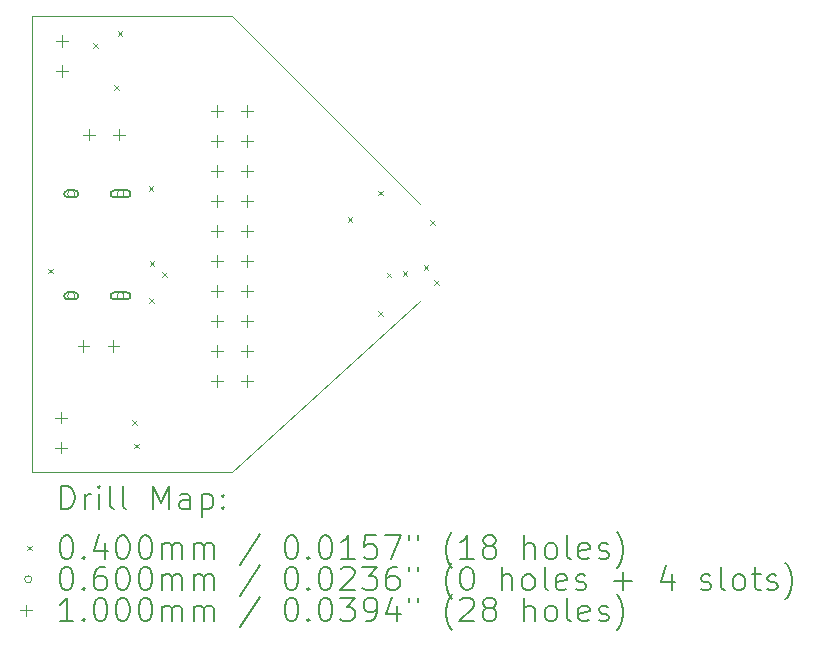
<source format=gbr>
%TF.GenerationSoftware,KiCad,Pcbnew,7.0.2-0*%
%TF.CreationDate,2023-04-27T21:18:24-05:00*%
%TF.ProjectId,usb_programmer,7573625f-7072-46f6-9772-616d6d65722e,rev?*%
%TF.SameCoordinates,Original*%
%TF.FileFunction,Drillmap*%
%TF.FilePolarity,Positive*%
%FSLAX45Y45*%
G04 Gerber Fmt 4.5, Leading zero omitted, Abs format (unit mm)*
G04 Created by KiCad (PCBNEW 7.0.2-0) date 2023-04-27 21:18:24*
%MOMM*%
%LPD*%
G01*
G04 APERTURE LIST*
%ADD10C,0.100000*%
%ADD11C,0.200000*%
%ADD12C,0.040000*%
%ADD13C,0.060000*%
G04 APERTURE END LIST*
D10*
X4103500Y-9616000D02*
X5696750Y-8169500D01*
X2415000Y-9617500D02*
X4103500Y-9616000D01*
X2415000Y-5757500D02*
X2415000Y-9617500D01*
X4103500Y-5755000D02*
X2415000Y-5757500D01*
X5698000Y-7349500D02*
X4103500Y-5755000D01*
D11*
D12*
X2550000Y-7897000D02*
X2590000Y-7937000D01*
X2590000Y-7897000D02*
X2550000Y-7937000D01*
X2929000Y-5984000D02*
X2969000Y-6024000D01*
X2969000Y-5984000D02*
X2929000Y-6024000D01*
X3110000Y-6342000D02*
X3150000Y-6382000D01*
X3150000Y-6342000D02*
X3110000Y-6382000D01*
X3136000Y-5885000D02*
X3176000Y-5925000D01*
X3176000Y-5885000D02*
X3136000Y-5925000D01*
X3259000Y-9179000D02*
X3299000Y-9219000D01*
X3299000Y-9179000D02*
X3259000Y-9219000D01*
X3274000Y-9379000D02*
X3314000Y-9419000D01*
X3314000Y-9379000D02*
X3274000Y-9419000D01*
X3400000Y-7197500D02*
X3440000Y-7237500D01*
X3440000Y-7197500D02*
X3400000Y-7237500D01*
X3406000Y-8144000D02*
X3446000Y-8184000D01*
X3446000Y-8144000D02*
X3406000Y-8184000D01*
X3409000Y-7831000D02*
X3449000Y-7871000D01*
X3449000Y-7831000D02*
X3409000Y-7871000D01*
X3515000Y-7928000D02*
X3555000Y-7968000D01*
X3555000Y-7928000D02*
X3515000Y-7968000D01*
X5085000Y-7460000D02*
X5125000Y-7500000D01*
X5125000Y-7460000D02*
X5085000Y-7500000D01*
X5341000Y-8255000D02*
X5381000Y-8295000D01*
X5381000Y-8255000D02*
X5341000Y-8295000D01*
X5343000Y-7235000D02*
X5383000Y-7275000D01*
X5383000Y-7235000D02*
X5343000Y-7275000D01*
X5415000Y-7930000D02*
X5455000Y-7970000D01*
X5455000Y-7930000D02*
X5415000Y-7970000D01*
X5551000Y-7919000D02*
X5591000Y-7959000D01*
X5591000Y-7919000D02*
X5551000Y-7959000D01*
X5728000Y-7864000D02*
X5768000Y-7904000D01*
X5768000Y-7864000D02*
X5728000Y-7904000D01*
X5782500Y-7485500D02*
X5822500Y-7525500D01*
X5822500Y-7485500D02*
X5782500Y-7525500D01*
X5814000Y-7996000D02*
X5854000Y-8036000D01*
X5854000Y-7996000D02*
X5814000Y-8036000D01*
D13*
X2774000Y-7263000D02*
G75*
G03*
X2774000Y-7263000I-30000J0D01*
G01*
D11*
X2774000Y-7233000D02*
X2714000Y-7233000D01*
X2714000Y-7233000D02*
G75*
G03*
X2714000Y-7293000I0J-30000D01*
G01*
X2714000Y-7293000D02*
X2774000Y-7293000D01*
X2774000Y-7293000D02*
G75*
G03*
X2774000Y-7233000I0J30000D01*
G01*
D13*
X2774000Y-8127000D02*
G75*
G03*
X2774000Y-8127000I-30000J0D01*
G01*
D11*
X2774000Y-8097000D02*
X2714000Y-8097000D01*
X2714000Y-8097000D02*
G75*
G03*
X2714000Y-8157000I0J-30000D01*
G01*
X2714000Y-8157000D02*
X2774000Y-8157000D01*
X2774000Y-8157000D02*
G75*
G03*
X2774000Y-8097000I0J30000D01*
G01*
D13*
X3192000Y-7263000D02*
G75*
G03*
X3192000Y-7263000I-30000J0D01*
G01*
D11*
X3217000Y-7233000D02*
X3107000Y-7233000D01*
X3107000Y-7233000D02*
G75*
G03*
X3107000Y-7293000I0J-30000D01*
G01*
X3107000Y-7293000D02*
X3217000Y-7293000D01*
X3217000Y-7293000D02*
G75*
G03*
X3217000Y-7233000I0J30000D01*
G01*
D13*
X3192000Y-8127000D02*
G75*
G03*
X3192000Y-8127000I-30000J0D01*
G01*
D11*
X3217000Y-8097000D02*
X3107000Y-8097000D01*
X3107000Y-8097000D02*
G75*
G03*
X3107000Y-8157000I0J-30000D01*
G01*
X3107000Y-8157000D02*
X3217000Y-8157000D01*
X3217000Y-8157000D02*
G75*
G03*
X3217000Y-8097000I0J30000D01*
G01*
D10*
X2657000Y-9107000D02*
X2657000Y-9207000D01*
X2607000Y-9157000D02*
X2707000Y-9157000D01*
X2657000Y-9361000D02*
X2657000Y-9461000D01*
X2607000Y-9411000D02*
X2707000Y-9411000D01*
X2665000Y-5916000D02*
X2665000Y-6016000D01*
X2615000Y-5966000D02*
X2715000Y-5966000D01*
X2665000Y-6170000D02*
X2665000Y-6270000D01*
X2615000Y-6220000D02*
X2715000Y-6220000D01*
X2848000Y-8504000D02*
X2848000Y-8604000D01*
X2798000Y-8554000D02*
X2898000Y-8554000D01*
X2896000Y-6711000D02*
X2896000Y-6811000D01*
X2846000Y-6761000D02*
X2946000Y-6761000D01*
X3102000Y-8504000D02*
X3102000Y-8604000D01*
X3052000Y-8554000D02*
X3152000Y-8554000D01*
X3150000Y-6711000D02*
X3150000Y-6811000D01*
X3100000Y-6761000D02*
X3200000Y-6761000D01*
X3975000Y-6512000D02*
X3975000Y-6612000D01*
X3925000Y-6562000D02*
X4025000Y-6562000D01*
X3975000Y-6766000D02*
X3975000Y-6866000D01*
X3925000Y-6816000D02*
X4025000Y-6816000D01*
X3975000Y-7020000D02*
X3975000Y-7120000D01*
X3925000Y-7070000D02*
X4025000Y-7070000D01*
X3975000Y-7274000D02*
X3975000Y-7374000D01*
X3925000Y-7324000D02*
X4025000Y-7324000D01*
X3975000Y-7528000D02*
X3975000Y-7628000D01*
X3925000Y-7578000D02*
X4025000Y-7578000D01*
X3975000Y-7782000D02*
X3975000Y-7882000D01*
X3925000Y-7832000D02*
X4025000Y-7832000D01*
X3975000Y-8036000D02*
X3975000Y-8136000D01*
X3925000Y-8086000D02*
X4025000Y-8086000D01*
X3975000Y-8290000D02*
X3975000Y-8390000D01*
X3925000Y-8340000D02*
X4025000Y-8340000D01*
X3975000Y-8544000D02*
X3975000Y-8644000D01*
X3925000Y-8594000D02*
X4025000Y-8594000D01*
X3975000Y-8798000D02*
X3975000Y-8898000D01*
X3925000Y-8848000D02*
X4025000Y-8848000D01*
X4229000Y-6512000D02*
X4229000Y-6612000D01*
X4179000Y-6562000D02*
X4279000Y-6562000D01*
X4229000Y-6766000D02*
X4229000Y-6866000D01*
X4179000Y-6816000D02*
X4279000Y-6816000D01*
X4229000Y-7020000D02*
X4229000Y-7120000D01*
X4179000Y-7070000D02*
X4279000Y-7070000D01*
X4229000Y-7274000D02*
X4229000Y-7374000D01*
X4179000Y-7324000D02*
X4279000Y-7324000D01*
X4229000Y-7528000D02*
X4229000Y-7628000D01*
X4179000Y-7578000D02*
X4279000Y-7578000D01*
X4229000Y-7782000D02*
X4229000Y-7882000D01*
X4179000Y-7832000D02*
X4279000Y-7832000D01*
X4229000Y-8036000D02*
X4229000Y-8136000D01*
X4179000Y-8086000D02*
X4279000Y-8086000D01*
X4229000Y-8290000D02*
X4229000Y-8390000D01*
X4179000Y-8340000D02*
X4279000Y-8340000D01*
X4229000Y-8544000D02*
X4229000Y-8644000D01*
X4179000Y-8594000D02*
X4279000Y-8594000D01*
X4229000Y-8798000D02*
X4229000Y-8898000D01*
X4179000Y-8848000D02*
X4279000Y-8848000D01*
D11*
X2657619Y-9935024D02*
X2657619Y-9735024D01*
X2657619Y-9735024D02*
X2705238Y-9735024D01*
X2705238Y-9735024D02*
X2733810Y-9744548D01*
X2733810Y-9744548D02*
X2752857Y-9763595D01*
X2752857Y-9763595D02*
X2762381Y-9782643D01*
X2762381Y-9782643D02*
X2771905Y-9820738D01*
X2771905Y-9820738D02*
X2771905Y-9849310D01*
X2771905Y-9849310D02*
X2762381Y-9887405D01*
X2762381Y-9887405D02*
X2752857Y-9906452D01*
X2752857Y-9906452D02*
X2733810Y-9925500D01*
X2733810Y-9925500D02*
X2705238Y-9935024D01*
X2705238Y-9935024D02*
X2657619Y-9935024D01*
X2857619Y-9935024D02*
X2857619Y-9801690D01*
X2857619Y-9839786D02*
X2867143Y-9820738D01*
X2867143Y-9820738D02*
X2876667Y-9811214D01*
X2876667Y-9811214D02*
X2895714Y-9801690D01*
X2895714Y-9801690D02*
X2914762Y-9801690D01*
X2981428Y-9935024D02*
X2981428Y-9801690D01*
X2981428Y-9735024D02*
X2971905Y-9744548D01*
X2971905Y-9744548D02*
X2981428Y-9754071D01*
X2981428Y-9754071D02*
X2990952Y-9744548D01*
X2990952Y-9744548D02*
X2981428Y-9735024D01*
X2981428Y-9735024D02*
X2981428Y-9754071D01*
X3105238Y-9935024D02*
X3086190Y-9925500D01*
X3086190Y-9925500D02*
X3076667Y-9906452D01*
X3076667Y-9906452D02*
X3076667Y-9735024D01*
X3210000Y-9935024D02*
X3190952Y-9925500D01*
X3190952Y-9925500D02*
X3181428Y-9906452D01*
X3181428Y-9906452D02*
X3181428Y-9735024D01*
X3438571Y-9935024D02*
X3438571Y-9735024D01*
X3438571Y-9735024D02*
X3505238Y-9877881D01*
X3505238Y-9877881D02*
X3571905Y-9735024D01*
X3571905Y-9735024D02*
X3571905Y-9935024D01*
X3752857Y-9935024D02*
X3752857Y-9830262D01*
X3752857Y-9830262D02*
X3743333Y-9811214D01*
X3743333Y-9811214D02*
X3724286Y-9801690D01*
X3724286Y-9801690D02*
X3686190Y-9801690D01*
X3686190Y-9801690D02*
X3667143Y-9811214D01*
X3752857Y-9925500D02*
X3733809Y-9935024D01*
X3733809Y-9935024D02*
X3686190Y-9935024D01*
X3686190Y-9935024D02*
X3667143Y-9925500D01*
X3667143Y-9925500D02*
X3657619Y-9906452D01*
X3657619Y-9906452D02*
X3657619Y-9887405D01*
X3657619Y-9887405D02*
X3667143Y-9868357D01*
X3667143Y-9868357D02*
X3686190Y-9858833D01*
X3686190Y-9858833D02*
X3733809Y-9858833D01*
X3733809Y-9858833D02*
X3752857Y-9849310D01*
X3848095Y-9801690D02*
X3848095Y-10001690D01*
X3848095Y-9811214D02*
X3867143Y-9801690D01*
X3867143Y-9801690D02*
X3905238Y-9801690D01*
X3905238Y-9801690D02*
X3924286Y-9811214D01*
X3924286Y-9811214D02*
X3933809Y-9820738D01*
X3933809Y-9820738D02*
X3943333Y-9839786D01*
X3943333Y-9839786D02*
X3943333Y-9896929D01*
X3943333Y-9896929D02*
X3933809Y-9915976D01*
X3933809Y-9915976D02*
X3924286Y-9925500D01*
X3924286Y-9925500D02*
X3905238Y-9935024D01*
X3905238Y-9935024D02*
X3867143Y-9935024D01*
X3867143Y-9935024D02*
X3848095Y-9925500D01*
X4029048Y-9915976D02*
X4038571Y-9925500D01*
X4038571Y-9925500D02*
X4029048Y-9935024D01*
X4029048Y-9935024D02*
X4019524Y-9925500D01*
X4019524Y-9925500D02*
X4029048Y-9915976D01*
X4029048Y-9915976D02*
X4029048Y-9935024D01*
X4029048Y-9811214D02*
X4038571Y-9820738D01*
X4038571Y-9820738D02*
X4029048Y-9830262D01*
X4029048Y-9830262D02*
X4019524Y-9820738D01*
X4019524Y-9820738D02*
X4029048Y-9811214D01*
X4029048Y-9811214D02*
X4029048Y-9830262D01*
D12*
X2370000Y-10242500D02*
X2410000Y-10282500D01*
X2410000Y-10242500D02*
X2370000Y-10282500D01*
D11*
X2695714Y-10155024D02*
X2714762Y-10155024D01*
X2714762Y-10155024D02*
X2733810Y-10164548D01*
X2733810Y-10164548D02*
X2743333Y-10174071D01*
X2743333Y-10174071D02*
X2752857Y-10193119D01*
X2752857Y-10193119D02*
X2762381Y-10231214D01*
X2762381Y-10231214D02*
X2762381Y-10278833D01*
X2762381Y-10278833D02*
X2752857Y-10316929D01*
X2752857Y-10316929D02*
X2743333Y-10335976D01*
X2743333Y-10335976D02*
X2733810Y-10345500D01*
X2733810Y-10345500D02*
X2714762Y-10355024D01*
X2714762Y-10355024D02*
X2695714Y-10355024D01*
X2695714Y-10355024D02*
X2676667Y-10345500D01*
X2676667Y-10345500D02*
X2667143Y-10335976D01*
X2667143Y-10335976D02*
X2657619Y-10316929D01*
X2657619Y-10316929D02*
X2648095Y-10278833D01*
X2648095Y-10278833D02*
X2648095Y-10231214D01*
X2648095Y-10231214D02*
X2657619Y-10193119D01*
X2657619Y-10193119D02*
X2667143Y-10174071D01*
X2667143Y-10174071D02*
X2676667Y-10164548D01*
X2676667Y-10164548D02*
X2695714Y-10155024D01*
X2848095Y-10335976D02*
X2857619Y-10345500D01*
X2857619Y-10345500D02*
X2848095Y-10355024D01*
X2848095Y-10355024D02*
X2838571Y-10345500D01*
X2838571Y-10345500D02*
X2848095Y-10335976D01*
X2848095Y-10335976D02*
X2848095Y-10355024D01*
X3029048Y-10221690D02*
X3029048Y-10355024D01*
X2981428Y-10145500D02*
X2933809Y-10288357D01*
X2933809Y-10288357D02*
X3057619Y-10288357D01*
X3171905Y-10155024D02*
X3190952Y-10155024D01*
X3190952Y-10155024D02*
X3210000Y-10164548D01*
X3210000Y-10164548D02*
X3219524Y-10174071D01*
X3219524Y-10174071D02*
X3229048Y-10193119D01*
X3229048Y-10193119D02*
X3238571Y-10231214D01*
X3238571Y-10231214D02*
X3238571Y-10278833D01*
X3238571Y-10278833D02*
X3229048Y-10316929D01*
X3229048Y-10316929D02*
X3219524Y-10335976D01*
X3219524Y-10335976D02*
X3210000Y-10345500D01*
X3210000Y-10345500D02*
X3190952Y-10355024D01*
X3190952Y-10355024D02*
X3171905Y-10355024D01*
X3171905Y-10355024D02*
X3152857Y-10345500D01*
X3152857Y-10345500D02*
X3143333Y-10335976D01*
X3143333Y-10335976D02*
X3133809Y-10316929D01*
X3133809Y-10316929D02*
X3124286Y-10278833D01*
X3124286Y-10278833D02*
X3124286Y-10231214D01*
X3124286Y-10231214D02*
X3133809Y-10193119D01*
X3133809Y-10193119D02*
X3143333Y-10174071D01*
X3143333Y-10174071D02*
X3152857Y-10164548D01*
X3152857Y-10164548D02*
X3171905Y-10155024D01*
X3362381Y-10155024D02*
X3381429Y-10155024D01*
X3381429Y-10155024D02*
X3400476Y-10164548D01*
X3400476Y-10164548D02*
X3410000Y-10174071D01*
X3410000Y-10174071D02*
X3419524Y-10193119D01*
X3419524Y-10193119D02*
X3429048Y-10231214D01*
X3429048Y-10231214D02*
X3429048Y-10278833D01*
X3429048Y-10278833D02*
X3419524Y-10316929D01*
X3419524Y-10316929D02*
X3410000Y-10335976D01*
X3410000Y-10335976D02*
X3400476Y-10345500D01*
X3400476Y-10345500D02*
X3381429Y-10355024D01*
X3381429Y-10355024D02*
X3362381Y-10355024D01*
X3362381Y-10355024D02*
X3343333Y-10345500D01*
X3343333Y-10345500D02*
X3333809Y-10335976D01*
X3333809Y-10335976D02*
X3324286Y-10316929D01*
X3324286Y-10316929D02*
X3314762Y-10278833D01*
X3314762Y-10278833D02*
X3314762Y-10231214D01*
X3314762Y-10231214D02*
X3324286Y-10193119D01*
X3324286Y-10193119D02*
X3333809Y-10174071D01*
X3333809Y-10174071D02*
X3343333Y-10164548D01*
X3343333Y-10164548D02*
X3362381Y-10155024D01*
X3514762Y-10355024D02*
X3514762Y-10221690D01*
X3514762Y-10240738D02*
X3524286Y-10231214D01*
X3524286Y-10231214D02*
X3543333Y-10221690D01*
X3543333Y-10221690D02*
X3571905Y-10221690D01*
X3571905Y-10221690D02*
X3590952Y-10231214D01*
X3590952Y-10231214D02*
X3600476Y-10250262D01*
X3600476Y-10250262D02*
X3600476Y-10355024D01*
X3600476Y-10250262D02*
X3610000Y-10231214D01*
X3610000Y-10231214D02*
X3629048Y-10221690D01*
X3629048Y-10221690D02*
X3657619Y-10221690D01*
X3657619Y-10221690D02*
X3676667Y-10231214D01*
X3676667Y-10231214D02*
X3686190Y-10250262D01*
X3686190Y-10250262D02*
X3686190Y-10355024D01*
X3781429Y-10355024D02*
X3781429Y-10221690D01*
X3781429Y-10240738D02*
X3790952Y-10231214D01*
X3790952Y-10231214D02*
X3810000Y-10221690D01*
X3810000Y-10221690D02*
X3838571Y-10221690D01*
X3838571Y-10221690D02*
X3857619Y-10231214D01*
X3857619Y-10231214D02*
X3867143Y-10250262D01*
X3867143Y-10250262D02*
X3867143Y-10355024D01*
X3867143Y-10250262D02*
X3876667Y-10231214D01*
X3876667Y-10231214D02*
X3895714Y-10221690D01*
X3895714Y-10221690D02*
X3924286Y-10221690D01*
X3924286Y-10221690D02*
X3943333Y-10231214D01*
X3943333Y-10231214D02*
X3952857Y-10250262D01*
X3952857Y-10250262D02*
X3952857Y-10355024D01*
X4343333Y-10145500D02*
X4171905Y-10402643D01*
X4600476Y-10155024D02*
X4619524Y-10155024D01*
X4619524Y-10155024D02*
X4638572Y-10164548D01*
X4638572Y-10164548D02*
X4648095Y-10174071D01*
X4648095Y-10174071D02*
X4657619Y-10193119D01*
X4657619Y-10193119D02*
X4667143Y-10231214D01*
X4667143Y-10231214D02*
X4667143Y-10278833D01*
X4667143Y-10278833D02*
X4657619Y-10316929D01*
X4657619Y-10316929D02*
X4648095Y-10335976D01*
X4648095Y-10335976D02*
X4638572Y-10345500D01*
X4638572Y-10345500D02*
X4619524Y-10355024D01*
X4619524Y-10355024D02*
X4600476Y-10355024D01*
X4600476Y-10355024D02*
X4581429Y-10345500D01*
X4581429Y-10345500D02*
X4571905Y-10335976D01*
X4571905Y-10335976D02*
X4562381Y-10316929D01*
X4562381Y-10316929D02*
X4552857Y-10278833D01*
X4552857Y-10278833D02*
X4552857Y-10231214D01*
X4552857Y-10231214D02*
X4562381Y-10193119D01*
X4562381Y-10193119D02*
X4571905Y-10174071D01*
X4571905Y-10174071D02*
X4581429Y-10164548D01*
X4581429Y-10164548D02*
X4600476Y-10155024D01*
X4752857Y-10335976D02*
X4762381Y-10345500D01*
X4762381Y-10345500D02*
X4752857Y-10355024D01*
X4752857Y-10355024D02*
X4743334Y-10345500D01*
X4743334Y-10345500D02*
X4752857Y-10335976D01*
X4752857Y-10335976D02*
X4752857Y-10355024D01*
X4886191Y-10155024D02*
X4905238Y-10155024D01*
X4905238Y-10155024D02*
X4924286Y-10164548D01*
X4924286Y-10164548D02*
X4933810Y-10174071D01*
X4933810Y-10174071D02*
X4943334Y-10193119D01*
X4943334Y-10193119D02*
X4952857Y-10231214D01*
X4952857Y-10231214D02*
X4952857Y-10278833D01*
X4952857Y-10278833D02*
X4943334Y-10316929D01*
X4943334Y-10316929D02*
X4933810Y-10335976D01*
X4933810Y-10335976D02*
X4924286Y-10345500D01*
X4924286Y-10345500D02*
X4905238Y-10355024D01*
X4905238Y-10355024D02*
X4886191Y-10355024D01*
X4886191Y-10355024D02*
X4867143Y-10345500D01*
X4867143Y-10345500D02*
X4857619Y-10335976D01*
X4857619Y-10335976D02*
X4848095Y-10316929D01*
X4848095Y-10316929D02*
X4838572Y-10278833D01*
X4838572Y-10278833D02*
X4838572Y-10231214D01*
X4838572Y-10231214D02*
X4848095Y-10193119D01*
X4848095Y-10193119D02*
X4857619Y-10174071D01*
X4857619Y-10174071D02*
X4867143Y-10164548D01*
X4867143Y-10164548D02*
X4886191Y-10155024D01*
X5143334Y-10355024D02*
X5029048Y-10355024D01*
X5086191Y-10355024D02*
X5086191Y-10155024D01*
X5086191Y-10155024D02*
X5067143Y-10183595D01*
X5067143Y-10183595D02*
X5048095Y-10202643D01*
X5048095Y-10202643D02*
X5029048Y-10212167D01*
X5324286Y-10155024D02*
X5229048Y-10155024D01*
X5229048Y-10155024D02*
X5219524Y-10250262D01*
X5219524Y-10250262D02*
X5229048Y-10240738D01*
X5229048Y-10240738D02*
X5248095Y-10231214D01*
X5248095Y-10231214D02*
X5295715Y-10231214D01*
X5295715Y-10231214D02*
X5314762Y-10240738D01*
X5314762Y-10240738D02*
X5324286Y-10250262D01*
X5324286Y-10250262D02*
X5333810Y-10269310D01*
X5333810Y-10269310D02*
X5333810Y-10316929D01*
X5333810Y-10316929D02*
X5324286Y-10335976D01*
X5324286Y-10335976D02*
X5314762Y-10345500D01*
X5314762Y-10345500D02*
X5295715Y-10355024D01*
X5295715Y-10355024D02*
X5248095Y-10355024D01*
X5248095Y-10355024D02*
X5229048Y-10345500D01*
X5229048Y-10345500D02*
X5219524Y-10335976D01*
X5400476Y-10155024D02*
X5533810Y-10155024D01*
X5533810Y-10155024D02*
X5448095Y-10355024D01*
X5600476Y-10155024D02*
X5600476Y-10193119D01*
X5676667Y-10155024D02*
X5676667Y-10193119D01*
X5971905Y-10431214D02*
X5962381Y-10421690D01*
X5962381Y-10421690D02*
X5943334Y-10393119D01*
X5943334Y-10393119D02*
X5933810Y-10374071D01*
X5933810Y-10374071D02*
X5924286Y-10345500D01*
X5924286Y-10345500D02*
X5914762Y-10297881D01*
X5914762Y-10297881D02*
X5914762Y-10259786D01*
X5914762Y-10259786D02*
X5924286Y-10212167D01*
X5924286Y-10212167D02*
X5933810Y-10183595D01*
X5933810Y-10183595D02*
X5943334Y-10164548D01*
X5943334Y-10164548D02*
X5962381Y-10135976D01*
X5962381Y-10135976D02*
X5971905Y-10126452D01*
X6152857Y-10355024D02*
X6038572Y-10355024D01*
X6095714Y-10355024D02*
X6095714Y-10155024D01*
X6095714Y-10155024D02*
X6076667Y-10183595D01*
X6076667Y-10183595D02*
X6057619Y-10202643D01*
X6057619Y-10202643D02*
X6038572Y-10212167D01*
X6267143Y-10240738D02*
X6248095Y-10231214D01*
X6248095Y-10231214D02*
X6238572Y-10221690D01*
X6238572Y-10221690D02*
X6229048Y-10202643D01*
X6229048Y-10202643D02*
X6229048Y-10193119D01*
X6229048Y-10193119D02*
X6238572Y-10174071D01*
X6238572Y-10174071D02*
X6248095Y-10164548D01*
X6248095Y-10164548D02*
X6267143Y-10155024D01*
X6267143Y-10155024D02*
X6305238Y-10155024D01*
X6305238Y-10155024D02*
X6324286Y-10164548D01*
X6324286Y-10164548D02*
X6333810Y-10174071D01*
X6333810Y-10174071D02*
X6343334Y-10193119D01*
X6343334Y-10193119D02*
X6343334Y-10202643D01*
X6343334Y-10202643D02*
X6333810Y-10221690D01*
X6333810Y-10221690D02*
X6324286Y-10231214D01*
X6324286Y-10231214D02*
X6305238Y-10240738D01*
X6305238Y-10240738D02*
X6267143Y-10240738D01*
X6267143Y-10240738D02*
X6248095Y-10250262D01*
X6248095Y-10250262D02*
X6238572Y-10259786D01*
X6238572Y-10259786D02*
X6229048Y-10278833D01*
X6229048Y-10278833D02*
X6229048Y-10316929D01*
X6229048Y-10316929D02*
X6238572Y-10335976D01*
X6238572Y-10335976D02*
X6248095Y-10345500D01*
X6248095Y-10345500D02*
X6267143Y-10355024D01*
X6267143Y-10355024D02*
X6305238Y-10355024D01*
X6305238Y-10355024D02*
X6324286Y-10345500D01*
X6324286Y-10345500D02*
X6333810Y-10335976D01*
X6333810Y-10335976D02*
X6343334Y-10316929D01*
X6343334Y-10316929D02*
X6343334Y-10278833D01*
X6343334Y-10278833D02*
X6333810Y-10259786D01*
X6333810Y-10259786D02*
X6324286Y-10250262D01*
X6324286Y-10250262D02*
X6305238Y-10240738D01*
X6581429Y-10355024D02*
X6581429Y-10155024D01*
X6667143Y-10355024D02*
X6667143Y-10250262D01*
X6667143Y-10250262D02*
X6657619Y-10231214D01*
X6657619Y-10231214D02*
X6638572Y-10221690D01*
X6638572Y-10221690D02*
X6610000Y-10221690D01*
X6610000Y-10221690D02*
X6590953Y-10231214D01*
X6590953Y-10231214D02*
X6581429Y-10240738D01*
X6790953Y-10355024D02*
X6771905Y-10345500D01*
X6771905Y-10345500D02*
X6762381Y-10335976D01*
X6762381Y-10335976D02*
X6752857Y-10316929D01*
X6752857Y-10316929D02*
X6752857Y-10259786D01*
X6752857Y-10259786D02*
X6762381Y-10240738D01*
X6762381Y-10240738D02*
X6771905Y-10231214D01*
X6771905Y-10231214D02*
X6790953Y-10221690D01*
X6790953Y-10221690D02*
X6819524Y-10221690D01*
X6819524Y-10221690D02*
X6838572Y-10231214D01*
X6838572Y-10231214D02*
X6848096Y-10240738D01*
X6848096Y-10240738D02*
X6857619Y-10259786D01*
X6857619Y-10259786D02*
X6857619Y-10316929D01*
X6857619Y-10316929D02*
X6848096Y-10335976D01*
X6848096Y-10335976D02*
X6838572Y-10345500D01*
X6838572Y-10345500D02*
X6819524Y-10355024D01*
X6819524Y-10355024D02*
X6790953Y-10355024D01*
X6971905Y-10355024D02*
X6952857Y-10345500D01*
X6952857Y-10345500D02*
X6943334Y-10326452D01*
X6943334Y-10326452D02*
X6943334Y-10155024D01*
X7124286Y-10345500D02*
X7105238Y-10355024D01*
X7105238Y-10355024D02*
X7067143Y-10355024D01*
X7067143Y-10355024D02*
X7048096Y-10345500D01*
X7048096Y-10345500D02*
X7038572Y-10326452D01*
X7038572Y-10326452D02*
X7038572Y-10250262D01*
X7038572Y-10250262D02*
X7048096Y-10231214D01*
X7048096Y-10231214D02*
X7067143Y-10221690D01*
X7067143Y-10221690D02*
X7105238Y-10221690D01*
X7105238Y-10221690D02*
X7124286Y-10231214D01*
X7124286Y-10231214D02*
X7133810Y-10250262D01*
X7133810Y-10250262D02*
X7133810Y-10269310D01*
X7133810Y-10269310D02*
X7038572Y-10288357D01*
X7210000Y-10345500D02*
X7229048Y-10355024D01*
X7229048Y-10355024D02*
X7267143Y-10355024D01*
X7267143Y-10355024D02*
X7286191Y-10345500D01*
X7286191Y-10345500D02*
X7295715Y-10326452D01*
X7295715Y-10326452D02*
X7295715Y-10316929D01*
X7295715Y-10316929D02*
X7286191Y-10297881D01*
X7286191Y-10297881D02*
X7267143Y-10288357D01*
X7267143Y-10288357D02*
X7238572Y-10288357D01*
X7238572Y-10288357D02*
X7219524Y-10278833D01*
X7219524Y-10278833D02*
X7210000Y-10259786D01*
X7210000Y-10259786D02*
X7210000Y-10250262D01*
X7210000Y-10250262D02*
X7219524Y-10231214D01*
X7219524Y-10231214D02*
X7238572Y-10221690D01*
X7238572Y-10221690D02*
X7267143Y-10221690D01*
X7267143Y-10221690D02*
X7286191Y-10231214D01*
X7362381Y-10431214D02*
X7371905Y-10421690D01*
X7371905Y-10421690D02*
X7390953Y-10393119D01*
X7390953Y-10393119D02*
X7400477Y-10374071D01*
X7400477Y-10374071D02*
X7410000Y-10345500D01*
X7410000Y-10345500D02*
X7419524Y-10297881D01*
X7419524Y-10297881D02*
X7419524Y-10259786D01*
X7419524Y-10259786D02*
X7410000Y-10212167D01*
X7410000Y-10212167D02*
X7400477Y-10183595D01*
X7400477Y-10183595D02*
X7390953Y-10164548D01*
X7390953Y-10164548D02*
X7371905Y-10135976D01*
X7371905Y-10135976D02*
X7362381Y-10126452D01*
D13*
X2410000Y-10526500D02*
G75*
G03*
X2410000Y-10526500I-30000J0D01*
G01*
D11*
X2695714Y-10419024D02*
X2714762Y-10419024D01*
X2714762Y-10419024D02*
X2733810Y-10428548D01*
X2733810Y-10428548D02*
X2743333Y-10438071D01*
X2743333Y-10438071D02*
X2752857Y-10457119D01*
X2752857Y-10457119D02*
X2762381Y-10495214D01*
X2762381Y-10495214D02*
X2762381Y-10542833D01*
X2762381Y-10542833D02*
X2752857Y-10580929D01*
X2752857Y-10580929D02*
X2743333Y-10599976D01*
X2743333Y-10599976D02*
X2733810Y-10609500D01*
X2733810Y-10609500D02*
X2714762Y-10619024D01*
X2714762Y-10619024D02*
X2695714Y-10619024D01*
X2695714Y-10619024D02*
X2676667Y-10609500D01*
X2676667Y-10609500D02*
X2667143Y-10599976D01*
X2667143Y-10599976D02*
X2657619Y-10580929D01*
X2657619Y-10580929D02*
X2648095Y-10542833D01*
X2648095Y-10542833D02*
X2648095Y-10495214D01*
X2648095Y-10495214D02*
X2657619Y-10457119D01*
X2657619Y-10457119D02*
X2667143Y-10438071D01*
X2667143Y-10438071D02*
X2676667Y-10428548D01*
X2676667Y-10428548D02*
X2695714Y-10419024D01*
X2848095Y-10599976D02*
X2857619Y-10609500D01*
X2857619Y-10609500D02*
X2848095Y-10619024D01*
X2848095Y-10619024D02*
X2838571Y-10609500D01*
X2838571Y-10609500D02*
X2848095Y-10599976D01*
X2848095Y-10599976D02*
X2848095Y-10619024D01*
X3029048Y-10419024D02*
X2990952Y-10419024D01*
X2990952Y-10419024D02*
X2971905Y-10428548D01*
X2971905Y-10428548D02*
X2962381Y-10438071D01*
X2962381Y-10438071D02*
X2943333Y-10466643D01*
X2943333Y-10466643D02*
X2933809Y-10504738D01*
X2933809Y-10504738D02*
X2933809Y-10580929D01*
X2933809Y-10580929D02*
X2943333Y-10599976D01*
X2943333Y-10599976D02*
X2952857Y-10609500D01*
X2952857Y-10609500D02*
X2971905Y-10619024D01*
X2971905Y-10619024D02*
X3010000Y-10619024D01*
X3010000Y-10619024D02*
X3029048Y-10609500D01*
X3029048Y-10609500D02*
X3038571Y-10599976D01*
X3038571Y-10599976D02*
X3048095Y-10580929D01*
X3048095Y-10580929D02*
X3048095Y-10533310D01*
X3048095Y-10533310D02*
X3038571Y-10514262D01*
X3038571Y-10514262D02*
X3029048Y-10504738D01*
X3029048Y-10504738D02*
X3010000Y-10495214D01*
X3010000Y-10495214D02*
X2971905Y-10495214D01*
X2971905Y-10495214D02*
X2952857Y-10504738D01*
X2952857Y-10504738D02*
X2943333Y-10514262D01*
X2943333Y-10514262D02*
X2933809Y-10533310D01*
X3171905Y-10419024D02*
X3190952Y-10419024D01*
X3190952Y-10419024D02*
X3210000Y-10428548D01*
X3210000Y-10428548D02*
X3219524Y-10438071D01*
X3219524Y-10438071D02*
X3229048Y-10457119D01*
X3229048Y-10457119D02*
X3238571Y-10495214D01*
X3238571Y-10495214D02*
X3238571Y-10542833D01*
X3238571Y-10542833D02*
X3229048Y-10580929D01*
X3229048Y-10580929D02*
X3219524Y-10599976D01*
X3219524Y-10599976D02*
X3210000Y-10609500D01*
X3210000Y-10609500D02*
X3190952Y-10619024D01*
X3190952Y-10619024D02*
X3171905Y-10619024D01*
X3171905Y-10619024D02*
X3152857Y-10609500D01*
X3152857Y-10609500D02*
X3143333Y-10599976D01*
X3143333Y-10599976D02*
X3133809Y-10580929D01*
X3133809Y-10580929D02*
X3124286Y-10542833D01*
X3124286Y-10542833D02*
X3124286Y-10495214D01*
X3124286Y-10495214D02*
X3133809Y-10457119D01*
X3133809Y-10457119D02*
X3143333Y-10438071D01*
X3143333Y-10438071D02*
X3152857Y-10428548D01*
X3152857Y-10428548D02*
X3171905Y-10419024D01*
X3362381Y-10419024D02*
X3381429Y-10419024D01*
X3381429Y-10419024D02*
X3400476Y-10428548D01*
X3400476Y-10428548D02*
X3410000Y-10438071D01*
X3410000Y-10438071D02*
X3419524Y-10457119D01*
X3419524Y-10457119D02*
X3429048Y-10495214D01*
X3429048Y-10495214D02*
X3429048Y-10542833D01*
X3429048Y-10542833D02*
X3419524Y-10580929D01*
X3419524Y-10580929D02*
X3410000Y-10599976D01*
X3410000Y-10599976D02*
X3400476Y-10609500D01*
X3400476Y-10609500D02*
X3381429Y-10619024D01*
X3381429Y-10619024D02*
X3362381Y-10619024D01*
X3362381Y-10619024D02*
X3343333Y-10609500D01*
X3343333Y-10609500D02*
X3333809Y-10599976D01*
X3333809Y-10599976D02*
X3324286Y-10580929D01*
X3324286Y-10580929D02*
X3314762Y-10542833D01*
X3314762Y-10542833D02*
X3314762Y-10495214D01*
X3314762Y-10495214D02*
X3324286Y-10457119D01*
X3324286Y-10457119D02*
X3333809Y-10438071D01*
X3333809Y-10438071D02*
X3343333Y-10428548D01*
X3343333Y-10428548D02*
X3362381Y-10419024D01*
X3514762Y-10619024D02*
X3514762Y-10485690D01*
X3514762Y-10504738D02*
X3524286Y-10495214D01*
X3524286Y-10495214D02*
X3543333Y-10485690D01*
X3543333Y-10485690D02*
X3571905Y-10485690D01*
X3571905Y-10485690D02*
X3590952Y-10495214D01*
X3590952Y-10495214D02*
X3600476Y-10514262D01*
X3600476Y-10514262D02*
X3600476Y-10619024D01*
X3600476Y-10514262D02*
X3610000Y-10495214D01*
X3610000Y-10495214D02*
X3629048Y-10485690D01*
X3629048Y-10485690D02*
X3657619Y-10485690D01*
X3657619Y-10485690D02*
X3676667Y-10495214D01*
X3676667Y-10495214D02*
X3686190Y-10514262D01*
X3686190Y-10514262D02*
X3686190Y-10619024D01*
X3781429Y-10619024D02*
X3781429Y-10485690D01*
X3781429Y-10504738D02*
X3790952Y-10495214D01*
X3790952Y-10495214D02*
X3810000Y-10485690D01*
X3810000Y-10485690D02*
X3838571Y-10485690D01*
X3838571Y-10485690D02*
X3857619Y-10495214D01*
X3857619Y-10495214D02*
X3867143Y-10514262D01*
X3867143Y-10514262D02*
X3867143Y-10619024D01*
X3867143Y-10514262D02*
X3876667Y-10495214D01*
X3876667Y-10495214D02*
X3895714Y-10485690D01*
X3895714Y-10485690D02*
X3924286Y-10485690D01*
X3924286Y-10485690D02*
X3943333Y-10495214D01*
X3943333Y-10495214D02*
X3952857Y-10514262D01*
X3952857Y-10514262D02*
X3952857Y-10619024D01*
X4343333Y-10409500D02*
X4171905Y-10666643D01*
X4600476Y-10419024D02*
X4619524Y-10419024D01*
X4619524Y-10419024D02*
X4638572Y-10428548D01*
X4638572Y-10428548D02*
X4648095Y-10438071D01*
X4648095Y-10438071D02*
X4657619Y-10457119D01*
X4657619Y-10457119D02*
X4667143Y-10495214D01*
X4667143Y-10495214D02*
X4667143Y-10542833D01*
X4667143Y-10542833D02*
X4657619Y-10580929D01*
X4657619Y-10580929D02*
X4648095Y-10599976D01*
X4648095Y-10599976D02*
X4638572Y-10609500D01*
X4638572Y-10609500D02*
X4619524Y-10619024D01*
X4619524Y-10619024D02*
X4600476Y-10619024D01*
X4600476Y-10619024D02*
X4581429Y-10609500D01*
X4581429Y-10609500D02*
X4571905Y-10599976D01*
X4571905Y-10599976D02*
X4562381Y-10580929D01*
X4562381Y-10580929D02*
X4552857Y-10542833D01*
X4552857Y-10542833D02*
X4552857Y-10495214D01*
X4552857Y-10495214D02*
X4562381Y-10457119D01*
X4562381Y-10457119D02*
X4571905Y-10438071D01*
X4571905Y-10438071D02*
X4581429Y-10428548D01*
X4581429Y-10428548D02*
X4600476Y-10419024D01*
X4752857Y-10599976D02*
X4762381Y-10609500D01*
X4762381Y-10609500D02*
X4752857Y-10619024D01*
X4752857Y-10619024D02*
X4743334Y-10609500D01*
X4743334Y-10609500D02*
X4752857Y-10599976D01*
X4752857Y-10599976D02*
X4752857Y-10619024D01*
X4886191Y-10419024D02*
X4905238Y-10419024D01*
X4905238Y-10419024D02*
X4924286Y-10428548D01*
X4924286Y-10428548D02*
X4933810Y-10438071D01*
X4933810Y-10438071D02*
X4943334Y-10457119D01*
X4943334Y-10457119D02*
X4952857Y-10495214D01*
X4952857Y-10495214D02*
X4952857Y-10542833D01*
X4952857Y-10542833D02*
X4943334Y-10580929D01*
X4943334Y-10580929D02*
X4933810Y-10599976D01*
X4933810Y-10599976D02*
X4924286Y-10609500D01*
X4924286Y-10609500D02*
X4905238Y-10619024D01*
X4905238Y-10619024D02*
X4886191Y-10619024D01*
X4886191Y-10619024D02*
X4867143Y-10609500D01*
X4867143Y-10609500D02*
X4857619Y-10599976D01*
X4857619Y-10599976D02*
X4848095Y-10580929D01*
X4848095Y-10580929D02*
X4838572Y-10542833D01*
X4838572Y-10542833D02*
X4838572Y-10495214D01*
X4838572Y-10495214D02*
X4848095Y-10457119D01*
X4848095Y-10457119D02*
X4857619Y-10438071D01*
X4857619Y-10438071D02*
X4867143Y-10428548D01*
X4867143Y-10428548D02*
X4886191Y-10419024D01*
X5029048Y-10438071D02*
X5038572Y-10428548D01*
X5038572Y-10428548D02*
X5057619Y-10419024D01*
X5057619Y-10419024D02*
X5105238Y-10419024D01*
X5105238Y-10419024D02*
X5124286Y-10428548D01*
X5124286Y-10428548D02*
X5133810Y-10438071D01*
X5133810Y-10438071D02*
X5143334Y-10457119D01*
X5143334Y-10457119D02*
X5143334Y-10476167D01*
X5143334Y-10476167D02*
X5133810Y-10504738D01*
X5133810Y-10504738D02*
X5019524Y-10619024D01*
X5019524Y-10619024D02*
X5143334Y-10619024D01*
X5210000Y-10419024D02*
X5333810Y-10419024D01*
X5333810Y-10419024D02*
X5267143Y-10495214D01*
X5267143Y-10495214D02*
X5295715Y-10495214D01*
X5295715Y-10495214D02*
X5314762Y-10504738D01*
X5314762Y-10504738D02*
X5324286Y-10514262D01*
X5324286Y-10514262D02*
X5333810Y-10533310D01*
X5333810Y-10533310D02*
X5333810Y-10580929D01*
X5333810Y-10580929D02*
X5324286Y-10599976D01*
X5324286Y-10599976D02*
X5314762Y-10609500D01*
X5314762Y-10609500D02*
X5295715Y-10619024D01*
X5295715Y-10619024D02*
X5238572Y-10619024D01*
X5238572Y-10619024D02*
X5219524Y-10609500D01*
X5219524Y-10609500D02*
X5210000Y-10599976D01*
X5505238Y-10419024D02*
X5467143Y-10419024D01*
X5467143Y-10419024D02*
X5448095Y-10428548D01*
X5448095Y-10428548D02*
X5438572Y-10438071D01*
X5438572Y-10438071D02*
X5419524Y-10466643D01*
X5419524Y-10466643D02*
X5410000Y-10504738D01*
X5410000Y-10504738D02*
X5410000Y-10580929D01*
X5410000Y-10580929D02*
X5419524Y-10599976D01*
X5419524Y-10599976D02*
X5429048Y-10609500D01*
X5429048Y-10609500D02*
X5448095Y-10619024D01*
X5448095Y-10619024D02*
X5486191Y-10619024D01*
X5486191Y-10619024D02*
X5505238Y-10609500D01*
X5505238Y-10609500D02*
X5514762Y-10599976D01*
X5514762Y-10599976D02*
X5524286Y-10580929D01*
X5524286Y-10580929D02*
X5524286Y-10533310D01*
X5524286Y-10533310D02*
X5514762Y-10514262D01*
X5514762Y-10514262D02*
X5505238Y-10504738D01*
X5505238Y-10504738D02*
X5486191Y-10495214D01*
X5486191Y-10495214D02*
X5448095Y-10495214D01*
X5448095Y-10495214D02*
X5429048Y-10504738D01*
X5429048Y-10504738D02*
X5419524Y-10514262D01*
X5419524Y-10514262D02*
X5410000Y-10533310D01*
X5600476Y-10419024D02*
X5600476Y-10457119D01*
X5676667Y-10419024D02*
X5676667Y-10457119D01*
X5971905Y-10695214D02*
X5962381Y-10685690D01*
X5962381Y-10685690D02*
X5943334Y-10657119D01*
X5943334Y-10657119D02*
X5933810Y-10638071D01*
X5933810Y-10638071D02*
X5924286Y-10609500D01*
X5924286Y-10609500D02*
X5914762Y-10561881D01*
X5914762Y-10561881D02*
X5914762Y-10523786D01*
X5914762Y-10523786D02*
X5924286Y-10476167D01*
X5924286Y-10476167D02*
X5933810Y-10447595D01*
X5933810Y-10447595D02*
X5943334Y-10428548D01*
X5943334Y-10428548D02*
X5962381Y-10399976D01*
X5962381Y-10399976D02*
X5971905Y-10390452D01*
X6086191Y-10419024D02*
X6105238Y-10419024D01*
X6105238Y-10419024D02*
X6124286Y-10428548D01*
X6124286Y-10428548D02*
X6133810Y-10438071D01*
X6133810Y-10438071D02*
X6143334Y-10457119D01*
X6143334Y-10457119D02*
X6152857Y-10495214D01*
X6152857Y-10495214D02*
X6152857Y-10542833D01*
X6152857Y-10542833D02*
X6143334Y-10580929D01*
X6143334Y-10580929D02*
X6133810Y-10599976D01*
X6133810Y-10599976D02*
X6124286Y-10609500D01*
X6124286Y-10609500D02*
X6105238Y-10619024D01*
X6105238Y-10619024D02*
X6086191Y-10619024D01*
X6086191Y-10619024D02*
X6067143Y-10609500D01*
X6067143Y-10609500D02*
X6057619Y-10599976D01*
X6057619Y-10599976D02*
X6048095Y-10580929D01*
X6048095Y-10580929D02*
X6038572Y-10542833D01*
X6038572Y-10542833D02*
X6038572Y-10495214D01*
X6038572Y-10495214D02*
X6048095Y-10457119D01*
X6048095Y-10457119D02*
X6057619Y-10438071D01*
X6057619Y-10438071D02*
X6067143Y-10428548D01*
X6067143Y-10428548D02*
X6086191Y-10419024D01*
X6390953Y-10619024D02*
X6390953Y-10419024D01*
X6476667Y-10619024D02*
X6476667Y-10514262D01*
X6476667Y-10514262D02*
X6467143Y-10495214D01*
X6467143Y-10495214D02*
X6448096Y-10485690D01*
X6448096Y-10485690D02*
X6419524Y-10485690D01*
X6419524Y-10485690D02*
X6400476Y-10495214D01*
X6400476Y-10495214D02*
X6390953Y-10504738D01*
X6600476Y-10619024D02*
X6581429Y-10609500D01*
X6581429Y-10609500D02*
X6571905Y-10599976D01*
X6571905Y-10599976D02*
X6562381Y-10580929D01*
X6562381Y-10580929D02*
X6562381Y-10523786D01*
X6562381Y-10523786D02*
X6571905Y-10504738D01*
X6571905Y-10504738D02*
X6581429Y-10495214D01*
X6581429Y-10495214D02*
X6600476Y-10485690D01*
X6600476Y-10485690D02*
X6629048Y-10485690D01*
X6629048Y-10485690D02*
X6648096Y-10495214D01*
X6648096Y-10495214D02*
X6657619Y-10504738D01*
X6657619Y-10504738D02*
X6667143Y-10523786D01*
X6667143Y-10523786D02*
X6667143Y-10580929D01*
X6667143Y-10580929D02*
X6657619Y-10599976D01*
X6657619Y-10599976D02*
X6648096Y-10609500D01*
X6648096Y-10609500D02*
X6629048Y-10619024D01*
X6629048Y-10619024D02*
X6600476Y-10619024D01*
X6781429Y-10619024D02*
X6762381Y-10609500D01*
X6762381Y-10609500D02*
X6752857Y-10590452D01*
X6752857Y-10590452D02*
X6752857Y-10419024D01*
X6933810Y-10609500D02*
X6914762Y-10619024D01*
X6914762Y-10619024D02*
X6876667Y-10619024D01*
X6876667Y-10619024D02*
X6857619Y-10609500D01*
X6857619Y-10609500D02*
X6848096Y-10590452D01*
X6848096Y-10590452D02*
X6848096Y-10514262D01*
X6848096Y-10514262D02*
X6857619Y-10495214D01*
X6857619Y-10495214D02*
X6876667Y-10485690D01*
X6876667Y-10485690D02*
X6914762Y-10485690D01*
X6914762Y-10485690D02*
X6933810Y-10495214D01*
X6933810Y-10495214D02*
X6943334Y-10514262D01*
X6943334Y-10514262D02*
X6943334Y-10533310D01*
X6943334Y-10533310D02*
X6848096Y-10552357D01*
X7019524Y-10609500D02*
X7038572Y-10619024D01*
X7038572Y-10619024D02*
X7076667Y-10619024D01*
X7076667Y-10619024D02*
X7095715Y-10609500D01*
X7095715Y-10609500D02*
X7105238Y-10590452D01*
X7105238Y-10590452D02*
X7105238Y-10580929D01*
X7105238Y-10580929D02*
X7095715Y-10561881D01*
X7095715Y-10561881D02*
X7076667Y-10552357D01*
X7076667Y-10552357D02*
X7048096Y-10552357D01*
X7048096Y-10552357D02*
X7029048Y-10542833D01*
X7029048Y-10542833D02*
X7019524Y-10523786D01*
X7019524Y-10523786D02*
X7019524Y-10514262D01*
X7019524Y-10514262D02*
X7029048Y-10495214D01*
X7029048Y-10495214D02*
X7048096Y-10485690D01*
X7048096Y-10485690D02*
X7076667Y-10485690D01*
X7076667Y-10485690D02*
X7095715Y-10495214D01*
X7343334Y-10542833D02*
X7495715Y-10542833D01*
X7419524Y-10619024D02*
X7419524Y-10466643D01*
X7829048Y-10485690D02*
X7829048Y-10619024D01*
X7781429Y-10409500D02*
X7733810Y-10552357D01*
X7733810Y-10552357D02*
X7857619Y-10552357D01*
X8076667Y-10609500D02*
X8095715Y-10619024D01*
X8095715Y-10619024D02*
X8133810Y-10619024D01*
X8133810Y-10619024D02*
X8152858Y-10609500D01*
X8152858Y-10609500D02*
X8162381Y-10590452D01*
X8162381Y-10590452D02*
X8162381Y-10580929D01*
X8162381Y-10580929D02*
X8152858Y-10561881D01*
X8152858Y-10561881D02*
X8133810Y-10552357D01*
X8133810Y-10552357D02*
X8105239Y-10552357D01*
X8105239Y-10552357D02*
X8086191Y-10542833D01*
X8086191Y-10542833D02*
X8076667Y-10523786D01*
X8076667Y-10523786D02*
X8076667Y-10514262D01*
X8076667Y-10514262D02*
X8086191Y-10495214D01*
X8086191Y-10495214D02*
X8105239Y-10485690D01*
X8105239Y-10485690D02*
X8133810Y-10485690D01*
X8133810Y-10485690D02*
X8152858Y-10495214D01*
X8276667Y-10619024D02*
X8257620Y-10609500D01*
X8257620Y-10609500D02*
X8248096Y-10590452D01*
X8248096Y-10590452D02*
X8248096Y-10419024D01*
X8381429Y-10619024D02*
X8362381Y-10609500D01*
X8362381Y-10609500D02*
X8352858Y-10599976D01*
X8352858Y-10599976D02*
X8343334Y-10580929D01*
X8343334Y-10580929D02*
X8343334Y-10523786D01*
X8343334Y-10523786D02*
X8352858Y-10504738D01*
X8352858Y-10504738D02*
X8362381Y-10495214D01*
X8362381Y-10495214D02*
X8381429Y-10485690D01*
X8381429Y-10485690D02*
X8410001Y-10485690D01*
X8410001Y-10485690D02*
X8429048Y-10495214D01*
X8429048Y-10495214D02*
X8438572Y-10504738D01*
X8438572Y-10504738D02*
X8448096Y-10523786D01*
X8448096Y-10523786D02*
X8448096Y-10580929D01*
X8448096Y-10580929D02*
X8438572Y-10599976D01*
X8438572Y-10599976D02*
X8429048Y-10609500D01*
X8429048Y-10609500D02*
X8410001Y-10619024D01*
X8410001Y-10619024D02*
X8381429Y-10619024D01*
X8505239Y-10485690D02*
X8581429Y-10485690D01*
X8533810Y-10419024D02*
X8533810Y-10590452D01*
X8533810Y-10590452D02*
X8543334Y-10609500D01*
X8543334Y-10609500D02*
X8562382Y-10619024D01*
X8562382Y-10619024D02*
X8581429Y-10619024D01*
X8638572Y-10609500D02*
X8657620Y-10619024D01*
X8657620Y-10619024D02*
X8695715Y-10619024D01*
X8695715Y-10619024D02*
X8714763Y-10609500D01*
X8714763Y-10609500D02*
X8724286Y-10590452D01*
X8724286Y-10590452D02*
X8724286Y-10580929D01*
X8724286Y-10580929D02*
X8714763Y-10561881D01*
X8714763Y-10561881D02*
X8695715Y-10552357D01*
X8695715Y-10552357D02*
X8667143Y-10552357D01*
X8667143Y-10552357D02*
X8648096Y-10542833D01*
X8648096Y-10542833D02*
X8638572Y-10523786D01*
X8638572Y-10523786D02*
X8638572Y-10514262D01*
X8638572Y-10514262D02*
X8648096Y-10495214D01*
X8648096Y-10495214D02*
X8667143Y-10485690D01*
X8667143Y-10485690D02*
X8695715Y-10485690D01*
X8695715Y-10485690D02*
X8714763Y-10495214D01*
X8790953Y-10695214D02*
X8800477Y-10685690D01*
X8800477Y-10685690D02*
X8819524Y-10657119D01*
X8819524Y-10657119D02*
X8829048Y-10638071D01*
X8829048Y-10638071D02*
X8838572Y-10609500D01*
X8838572Y-10609500D02*
X8848096Y-10561881D01*
X8848096Y-10561881D02*
X8848096Y-10523786D01*
X8848096Y-10523786D02*
X8838572Y-10476167D01*
X8838572Y-10476167D02*
X8829048Y-10447595D01*
X8829048Y-10447595D02*
X8819524Y-10428548D01*
X8819524Y-10428548D02*
X8800477Y-10399976D01*
X8800477Y-10399976D02*
X8790953Y-10390452D01*
D10*
X2360000Y-10740500D02*
X2360000Y-10840500D01*
X2310000Y-10790500D02*
X2410000Y-10790500D01*
D11*
X2762381Y-10883024D02*
X2648095Y-10883024D01*
X2705238Y-10883024D02*
X2705238Y-10683024D01*
X2705238Y-10683024D02*
X2686190Y-10711595D01*
X2686190Y-10711595D02*
X2667143Y-10730643D01*
X2667143Y-10730643D02*
X2648095Y-10740167D01*
X2848095Y-10863976D02*
X2857619Y-10873500D01*
X2857619Y-10873500D02*
X2848095Y-10883024D01*
X2848095Y-10883024D02*
X2838571Y-10873500D01*
X2838571Y-10873500D02*
X2848095Y-10863976D01*
X2848095Y-10863976D02*
X2848095Y-10883024D01*
X2981428Y-10683024D02*
X3000476Y-10683024D01*
X3000476Y-10683024D02*
X3019524Y-10692548D01*
X3019524Y-10692548D02*
X3029048Y-10702071D01*
X3029048Y-10702071D02*
X3038571Y-10721119D01*
X3038571Y-10721119D02*
X3048095Y-10759214D01*
X3048095Y-10759214D02*
X3048095Y-10806833D01*
X3048095Y-10806833D02*
X3038571Y-10844929D01*
X3038571Y-10844929D02*
X3029048Y-10863976D01*
X3029048Y-10863976D02*
X3019524Y-10873500D01*
X3019524Y-10873500D02*
X3000476Y-10883024D01*
X3000476Y-10883024D02*
X2981428Y-10883024D01*
X2981428Y-10883024D02*
X2962381Y-10873500D01*
X2962381Y-10873500D02*
X2952857Y-10863976D01*
X2952857Y-10863976D02*
X2943333Y-10844929D01*
X2943333Y-10844929D02*
X2933809Y-10806833D01*
X2933809Y-10806833D02*
X2933809Y-10759214D01*
X2933809Y-10759214D02*
X2943333Y-10721119D01*
X2943333Y-10721119D02*
X2952857Y-10702071D01*
X2952857Y-10702071D02*
X2962381Y-10692548D01*
X2962381Y-10692548D02*
X2981428Y-10683024D01*
X3171905Y-10683024D02*
X3190952Y-10683024D01*
X3190952Y-10683024D02*
X3210000Y-10692548D01*
X3210000Y-10692548D02*
X3219524Y-10702071D01*
X3219524Y-10702071D02*
X3229048Y-10721119D01*
X3229048Y-10721119D02*
X3238571Y-10759214D01*
X3238571Y-10759214D02*
X3238571Y-10806833D01*
X3238571Y-10806833D02*
X3229048Y-10844929D01*
X3229048Y-10844929D02*
X3219524Y-10863976D01*
X3219524Y-10863976D02*
X3210000Y-10873500D01*
X3210000Y-10873500D02*
X3190952Y-10883024D01*
X3190952Y-10883024D02*
X3171905Y-10883024D01*
X3171905Y-10883024D02*
X3152857Y-10873500D01*
X3152857Y-10873500D02*
X3143333Y-10863976D01*
X3143333Y-10863976D02*
X3133809Y-10844929D01*
X3133809Y-10844929D02*
X3124286Y-10806833D01*
X3124286Y-10806833D02*
X3124286Y-10759214D01*
X3124286Y-10759214D02*
X3133809Y-10721119D01*
X3133809Y-10721119D02*
X3143333Y-10702071D01*
X3143333Y-10702071D02*
X3152857Y-10692548D01*
X3152857Y-10692548D02*
X3171905Y-10683024D01*
X3362381Y-10683024D02*
X3381429Y-10683024D01*
X3381429Y-10683024D02*
X3400476Y-10692548D01*
X3400476Y-10692548D02*
X3410000Y-10702071D01*
X3410000Y-10702071D02*
X3419524Y-10721119D01*
X3419524Y-10721119D02*
X3429048Y-10759214D01*
X3429048Y-10759214D02*
X3429048Y-10806833D01*
X3429048Y-10806833D02*
X3419524Y-10844929D01*
X3419524Y-10844929D02*
X3410000Y-10863976D01*
X3410000Y-10863976D02*
X3400476Y-10873500D01*
X3400476Y-10873500D02*
X3381429Y-10883024D01*
X3381429Y-10883024D02*
X3362381Y-10883024D01*
X3362381Y-10883024D02*
X3343333Y-10873500D01*
X3343333Y-10873500D02*
X3333809Y-10863976D01*
X3333809Y-10863976D02*
X3324286Y-10844929D01*
X3324286Y-10844929D02*
X3314762Y-10806833D01*
X3314762Y-10806833D02*
X3314762Y-10759214D01*
X3314762Y-10759214D02*
X3324286Y-10721119D01*
X3324286Y-10721119D02*
X3333809Y-10702071D01*
X3333809Y-10702071D02*
X3343333Y-10692548D01*
X3343333Y-10692548D02*
X3362381Y-10683024D01*
X3514762Y-10883024D02*
X3514762Y-10749690D01*
X3514762Y-10768738D02*
X3524286Y-10759214D01*
X3524286Y-10759214D02*
X3543333Y-10749690D01*
X3543333Y-10749690D02*
X3571905Y-10749690D01*
X3571905Y-10749690D02*
X3590952Y-10759214D01*
X3590952Y-10759214D02*
X3600476Y-10778262D01*
X3600476Y-10778262D02*
X3600476Y-10883024D01*
X3600476Y-10778262D02*
X3610000Y-10759214D01*
X3610000Y-10759214D02*
X3629048Y-10749690D01*
X3629048Y-10749690D02*
X3657619Y-10749690D01*
X3657619Y-10749690D02*
X3676667Y-10759214D01*
X3676667Y-10759214D02*
X3686190Y-10778262D01*
X3686190Y-10778262D02*
X3686190Y-10883024D01*
X3781429Y-10883024D02*
X3781429Y-10749690D01*
X3781429Y-10768738D02*
X3790952Y-10759214D01*
X3790952Y-10759214D02*
X3810000Y-10749690D01*
X3810000Y-10749690D02*
X3838571Y-10749690D01*
X3838571Y-10749690D02*
X3857619Y-10759214D01*
X3857619Y-10759214D02*
X3867143Y-10778262D01*
X3867143Y-10778262D02*
X3867143Y-10883024D01*
X3867143Y-10778262D02*
X3876667Y-10759214D01*
X3876667Y-10759214D02*
X3895714Y-10749690D01*
X3895714Y-10749690D02*
X3924286Y-10749690D01*
X3924286Y-10749690D02*
X3943333Y-10759214D01*
X3943333Y-10759214D02*
X3952857Y-10778262D01*
X3952857Y-10778262D02*
X3952857Y-10883024D01*
X4343333Y-10673500D02*
X4171905Y-10930643D01*
X4600476Y-10683024D02*
X4619524Y-10683024D01*
X4619524Y-10683024D02*
X4638572Y-10692548D01*
X4638572Y-10692548D02*
X4648095Y-10702071D01*
X4648095Y-10702071D02*
X4657619Y-10721119D01*
X4657619Y-10721119D02*
X4667143Y-10759214D01*
X4667143Y-10759214D02*
X4667143Y-10806833D01*
X4667143Y-10806833D02*
X4657619Y-10844929D01*
X4657619Y-10844929D02*
X4648095Y-10863976D01*
X4648095Y-10863976D02*
X4638572Y-10873500D01*
X4638572Y-10873500D02*
X4619524Y-10883024D01*
X4619524Y-10883024D02*
X4600476Y-10883024D01*
X4600476Y-10883024D02*
X4581429Y-10873500D01*
X4581429Y-10873500D02*
X4571905Y-10863976D01*
X4571905Y-10863976D02*
X4562381Y-10844929D01*
X4562381Y-10844929D02*
X4552857Y-10806833D01*
X4552857Y-10806833D02*
X4552857Y-10759214D01*
X4552857Y-10759214D02*
X4562381Y-10721119D01*
X4562381Y-10721119D02*
X4571905Y-10702071D01*
X4571905Y-10702071D02*
X4581429Y-10692548D01*
X4581429Y-10692548D02*
X4600476Y-10683024D01*
X4752857Y-10863976D02*
X4762381Y-10873500D01*
X4762381Y-10873500D02*
X4752857Y-10883024D01*
X4752857Y-10883024D02*
X4743334Y-10873500D01*
X4743334Y-10873500D02*
X4752857Y-10863976D01*
X4752857Y-10863976D02*
X4752857Y-10883024D01*
X4886191Y-10683024D02*
X4905238Y-10683024D01*
X4905238Y-10683024D02*
X4924286Y-10692548D01*
X4924286Y-10692548D02*
X4933810Y-10702071D01*
X4933810Y-10702071D02*
X4943334Y-10721119D01*
X4943334Y-10721119D02*
X4952857Y-10759214D01*
X4952857Y-10759214D02*
X4952857Y-10806833D01*
X4952857Y-10806833D02*
X4943334Y-10844929D01*
X4943334Y-10844929D02*
X4933810Y-10863976D01*
X4933810Y-10863976D02*
X4924286Y-10873500D01*
X4924286Y-10873500D02*
X4905238Y-10883024D01*
X4905238Y-10883024D02*
X4886191Y-10883024D01*
X4886191Y-10883024D02*
X4867143Y-10873500D01*
X4867143Y-10873500D02*
X4857619Y-10863976D01*
X4857619Y-10863976D02*
X4848095Y-10844929D01*
X4848095Y-10844929D02*
X4838572Y-10806833D01*
X4838572Y-10806833D02*
X4838572Y-10759214D01*
X4838572Y-10759214D02*
X4848095Y-10721119D01*
X4848095Y-10721119D02*
X4857619Y-10702071D01*
X4857619Y-10702071D02*
X4867143Y-10692548D01*
X4867143Y-10692548D02*
X4886191Y-10683024D01*
X5019524Y-10683024D02*
X5143334Y-10683024D01*
X5143334Y-10683024D02*
X5076667Y-10759214D01*
X5076667Y-10759214D02*
X5105238Y-10759214D01*
X5105238Y-10759214D02*
X5124286Y-10768738D01*
X5124286Y-10768738D02*
X5133810Y-10778262D01*
X5133810Y-10778262D02*
X5143334Y-10797310D01*
X5143334Y-10797310D02*
X5143334Y-10844929D01*
X5143334Y-10844929D02*
X5133810Y-10863976D01*
X5133810Y-10863976D02*
X5124286Y-10873500D01*
X5124286Y-10873500D02*
X5105238Y-10883024D01*
X5105238Y-10883024D02*
X5048095Y-10883024D01*
X5048095Y-10883024D02*
X5029048Y-10873500D01*
X5029048Y-10873500D02*
X5019524Y-10863976D01*
X5238572Y-10883024D02*
X5276667Y-10883024D01*
X5276667Y-10883024D02*
X5295715Y-10873500D01*
X5295715Y-10873500D02*
X5305238Y-10863976D01*
X5305238Y-10863976D02*
X5324286Y-10835405D01*
X5324286Y-10835405D02*
X5333810Y-10797310D01*
X5333810Y-10797310D02*
X5333810Y-10721119D01*
X5333810Y-10721119D02*
X5324286Y-10702071D01*
X5324286Y-10702071D02*
X5314762Y-10692548D01*
X5314762Y-10692548D02*
X5295715Y-10683024D01*
X5295715Y-10683024D02*
X5257619Y-10683024D01*
X5257619Y-10683024D02*
X5238572Y-10692548D01*
X5238572Y-10692548D02*
X5229048Y-10702071D01*
X5229048Y-10702071D02*
X5219524Y-10721119D01*
X5219524Y-10721119D02*
X5219524Y-10768738D01*
X5219524Y-10768738D02*
X5229048Y-10787786D01*
X5229048Y-10787786D02*
X5238572Y-10797310D01*
X5238572Y-10797310D02*
X5257619Y-10806833D01*
X5257619Y-10806833D02*
X5295715Y-10806833D01*
X5295715Y-10806833D02*
X5314762Y-10797310D01*
X5314762Y-10797310D02*
X5324286Y-10787786D01*
X5324286Y-10787786D02*
X5333810Y-10768738D01*
X5505238Y-10749690D02*
X5505238Y-10883024D01*
X5457619Y-10673500D02*
X5410000Y-10816357D01*
X5410000Y-10816357D02*
X5533810Y-10816357D01*
X5600476Y-10683024D02*
X5600476Y-10721119D01*
X5676667Y-10683024D02*
X5676667Y-10721119D01*
X5971905Y-10959214D02*
X5962381Y-10949690D01*
X5962381Y-10949690D02*
X5943334Y-10921119D01*
X5943334Y-10921119D02*
X5933810Y-10902071D01*
X5933810Y-10902071D02*
X5924286Y-10873500D01*
X5924286Y-10873500D02*
X5914762Y-10825881D01*
X5914762Y-10825881D02*
X5914762Y-10787786D01*
X5914762Y-10787786D02*
X5924286Y-10740167D01*
X5924286Y-10740167D02*
X5933810Y-10711595D01*
X5933810Y-10711595D02*
X5943334Y-10692548D01*
X5943334Y-10692548D02*
X5962381Y-10663976D01*
X5962381Y-10663976D02*
X5971905Y-10654452D01*
X6038572Y-10702071D02*
X6048095Y-10692548D01*
X6048095Y-10692548D02*
X6067143Y-10683024D01*
X6067143Y-10683024D02*
X6114762Y-10683024D01*
X6114762Y-10683024D02*
X6133810Y-10692548D01*
X6133810Y-10692548D02*
X6143334Y-10702071D01*
X6143334Y-10702071D02*
X6152857Y-10721119D01*
X6152857Y-10721119D02*
X6152857Y-10740167D01*
X6152857Y-10740167D02*
X6143334Y-10768738D01*
X6143334Y-10768738D02*
X6029048Y-10883024D01*
X6029048Y-10883024D02*
X6152857Y-10883024D01*
X6267143Y-10768738D02*
X6248095Y-10759214D01*
X6248095Y-10759214D02*
X6238572Y-10749690D01*
X6238572Y-10749690D02*
X6229048Y-10730643D01*
X6229048Y-10730643D02*
X6229048Y-10721119D01*
X6229048Y-10721119D02*
X6238572Y-10702071D01*
X6238572Y-10702071D02*
X6248095Y-10692548D01*
X6248095Y-10692548D02*
X6267143Y-10683024D01*
X6267143Y-10683024D02*
X6305238Y-10683024D01*
X6305238Y-10683024D02*
X6324286Y-10692548D01*
X6324286Y-10692548D02*
X6333810Y-10702071D01*
X6333810Y-10702071D02*
X6343334Y-10721119D01*
X6343334Y-10721119D02*
X6343334Y-10730643D01*
X6343334Y-10730643D02*
X6333810Y-10749690D01*
X6333810Y-10749690D02*
X6324286Y-10759214D01*
X6324286Y-10759214D02*
X6305238Y-10768738D01*
X6305238Y-10768738D02*
X6267143Y-10768738D01*
X6267143Y-10768738D02*
X6248095Y-10778262D01*
X6248095Y-10778262D02*
X6238572Y-10787786D01*
X6238572Y-10787786D02*
X6229048Y-10806833D01*
X6229048Y-10806833D02*
X6229048Y-10844929D01*
X6229048Y-10844929D02*
X6238572Y-10863976D01*
X6238572Y-10863976D02*
X6248095Y-10873500D01*
X6248095Y-10873500D02*
X6267143Y-10883024D01*
X6267143Y-10883024D02*
X6305238Y-10883024D01*
X6305238Y-10883024D02*
X6324286Y-10873500D01*
X6324286Y-10873500D02*
X6333810Y-10863976D01*
X6333810Y-10863976D02*
X6343334Y-10844929D01*
X6343334Y-10844929D02*
X6343334Y-10806833D01*
X6343334Y-10806833D02*
X6333810Y-10787786D01*
X6333810Y-10787786D02*
X6324286Y-10778262D01*
X6324286Y-10778262D02*
X6305238Y-10768738D01*
X6581429Y-10883024D02*
X6581429Y-10683024D01*
X6667143Y-10883024D02*
X6667143Y-10778262D01*
X6667143Y-10778262D02*
X6657619Y-10759214D01*
X6657619Y-10759214D02*
X6638572Y-10749690D01*
X6638572Y-10749690D02*
X6610000Y-10749690D01*
X6610000Y-10749690D02*
X6590953Y-10759214D01*
X6590953Y-10759214D02*
X6581429Y-10768738D01*
X6790953Y-10883024D02*
X6771905Y-10873500D01*
X6771905Y-10873500D02*
X6762381Y-10863976D01*
X6762381Y-10863976D02*
X6752857Y-10844929D01*
X6752857Y-10844929D02*
X6752857Y-10787786D01*
X6752857Y-10787786D02*
X6762381Y-10768738D01*
X6762381Y-10768738D02*
X6771905Y-10759214D01*
X6771905Y-10759214D02*
X6790953Y-10749690D01*
X6790953Y-10749690D02*
X6819524Y-10749690D01*
X6819524Y-10749690D02*
X6838572Y-10759214D01*
X6838572Y-10759214D02*
X6848096Y-10768738D01*
X6848096Y-10768738D02*
X6857619Y-10787786D01*
X6857619Y-10787786D02*
X6857619Y-10844929D01*
X6857619Y-10844929D02*
X6848096Y-10863976D01*
X6848096Y-10863976D02*
X6838572Y-10873500D01*
X6838572Y-10873500D02*
X6819524Y-10883024D01*
X6819524Y-10883024D02*
X6790953Y-10883024D01*
X6971905Y-10883024D02*
X6952857Y-10873500D01*
X6952857Y-10873500D02*
X6943334Y-10854452D01*
X6943334Y-10854452D02*
X6943334Y-10683024D01*
X7124286Y-10873500D02*
X7105238Y-10883024D01*
X7105238Y-10883024D02*
X7067143Y-10883024D01*
X7067143Y-10883024D02*
X7048096Y-10873500D01*
X7048096Y-10873500D02*
X7038572Y-10854452D01*
X7038572Y-10854452D02*
X7038572Y-10778262D01*
X7038572Y-10778262D02*
X7048096Y-10759214D01*
X7048096Y-10759214D02*
X7067143Y-10749690D01*
X7067143Y-10749690D02*
X7105238Y-10749690D01*
X7105238Y-10749690D02*
X7124286Y-10759214D01*
X7124286Y-10759214D02*
X7133810Y-10778262D01*
X7133810Y-10778262D02*
X7133810Y-10797310D01*
X7133810Y-10797310D02*
X7038572Y-10816357D01*
X7210000Y-10873500D02*
X7229048Y-10883024D01*
X7229048Y-10883024D02*
X7267143Y-10883024D01*
X7267143Y-10883024D02*
X7286191Y-10873500D01*
X7286191Y-10873500D02*
X7295715Y-10854452D01*
X7295715Y-10854452D02*
X7295715Y-10844929D01*
X7295715Y-10844929D02*
X7286191Y-10825881D01*
X7286191Y-10825881D02*
X7267143Y-10816357D01*
X7267143Y-10816357D02*
X7238572Y-10816357D01*
X7238572Y-10816357D02*
X7219524Y-10806833D01*
X7219524Y-10806833D02*
X7210000Y-10787786D01*
X7210000Y-10787786D02*
X7210000Y-10778262D01*
X7210000Y-10778262D02*
X7219524Y-10759214D01*
X7219524Y-10759214D02*
X7238572Y-10749690D01*
X7238572Y-10749690D02*
X7267143Y-10749690D01*
X7267143Y-10749690D02*
X7286191Y-10759214D01*
X7362381Y-10959214D02*
X7371905Y-10949690D01*
X7371905Y-10949690D02*
X7390953Y-10921119D01*
X7390953Y-10921119D02*
X7400477Y-10902071D01*
X7400477Y-10902071D02*
X7410000Y-10873500D01*
X7410000Y-10873500D02*
X7419524Y-10825881D01*
X7419524Y-10825881D02*
X7419524Y-10787786D01*
X7419524Y-10787786D02*
X7410000Y-10740167D01*
X7410000Y-10740167D02*
X7400477Y-10711595D01*
X7400477Y-10711595D02*
X7390953Y-10692548D01*
X7390953Y-10692548D02*
X7371905Y-10663976D01*
X7371905Y-10663976D02*
X7362381Y-10654452D01*
M02*

</source>
